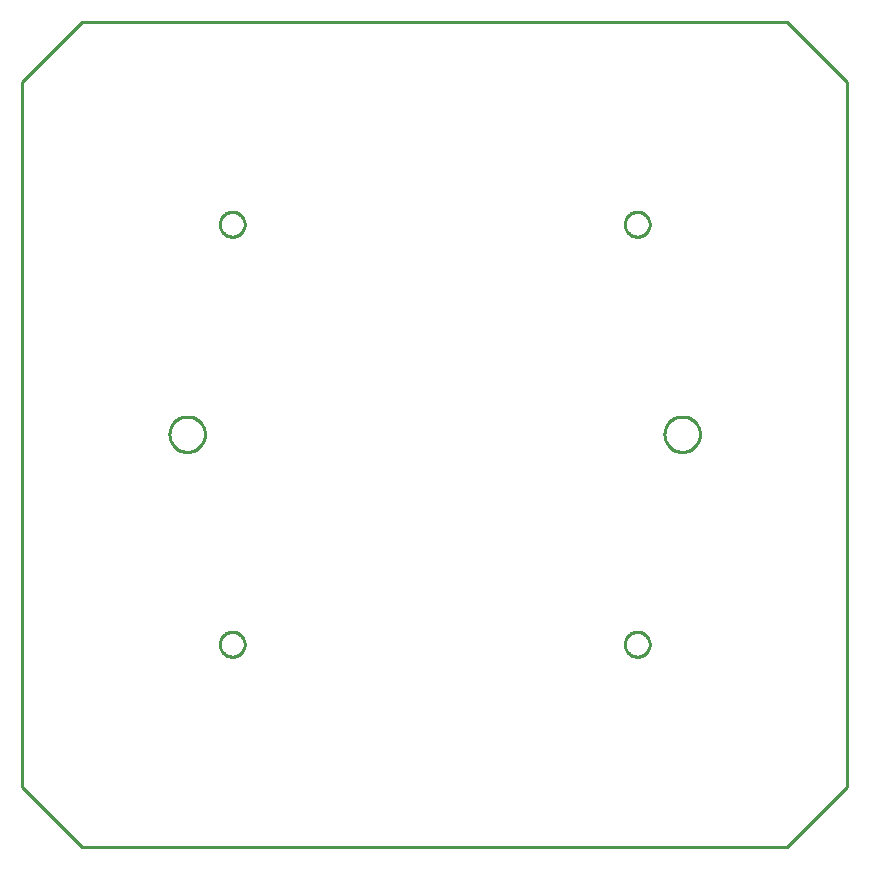
<source format=gbr>
G04 EAGLE Gerber X2 export*
%TF.Part,Single*%
%TF.FileFunction,Profile,NP*%
%TF.FilePolarity,Positive*%
%TF.GenerationSoftware,Autodesk,EAGLE,9.0.1*%
%TF.CreationDate,2018-05-23T18:29:57Z*%
G75*
%MOMM*%
%FSLAX34Y34*%
%LPD*%
%AMOC8*
5,1,8,0,0,1.08239X$1,22.5*%
G01*
%ADD10C,0.254000*%


D10*
X0Y50800D02*
X50800Y0D01*
X647700Y0D01*
X698500Y50800D01*
X698500Y647700D01*
X647700Y698500D01*
X50800Y698500D01*
X0Y647700D01*
X0Y50800D01*
X573800Y348714D02*
X573724Y347646D01*
X573571Y346585D01*
X573343Y345538D01*
X573041Y344510D01*
X572667Y343506D01*
X572222Y342531D01*
X571708Y341591D01*
X571129Y340690D01*
X570487Y339832D01*
X569785Y339022D01*
X569028Y338265D01*
X568218Y337563D01*
X567360Y336921D01*
X566459Y336342D01*
X565519Y335828D01*
X564544Y335383D01*
X563540Y335009D01*
X562512Y334707D01*
X561465Y334479D01*
X560404Y334326D01*
X559336Y334250D01*
X558264Y334250D01*
X557196Y334326D01*
X556135Y334479D01*
X555088Y334707D01*
X554060Y335009D01*
X553056Y335383D01*
X552081Y335828D01*
X551141Y336342D01*
X550240Y336921D01*
X549382Y337563D01*
X548572Y338265D01*
X547815Y339022D01*
X547113Y339832D01*
X546471Y340690D01*
X545892Y341591D01*
X545378Y342531D01*
X544933Y343506D01*
X544559Y344510D01*
X544257Y345538D01*
X544029Y346585D01*
X543876Y347646D01*
X543800Y348714D01*
X543800Y349786D01*
X543876Y350854D01*
X544029Y351915D01*
X544257Y352962D01*
X544559Y353990D01*
X544933Y354994D01*
X545378Y355969D01*
X545892Y356909D01*
X546471Y357810D01*
X547113Y358668D01*
X547815Y359478D01*
X548572Y360235D01*
X549382Y360937D01*
X550240Y361579D01*
X551141Y362158D01*
X552081Y362672D01*
X553056Y363117D01*
X554060Y363491D01*
X555088Y363793D01*
X556135Y364021D01*
X557196Y364174D01*
X558264Y364250D01*
X559336Y364250D01*
X560404Y364174D01*
X561465Y364021D01*
X562512Y363793D01*
X563540Y363491D01*
X564544Y363117D01*
X565519Y362672D01*
X566459Y362158D01*
X567360Y361579D01*
X568218Y360937D01*
X569028Y360235D01*
X569785Y359478D01*
X570487Y358668D01*
X571129Y357810D01*
X571708Y356909D01*
X572222Y355969D01*
X572667Y354994D01*
X573041Y353990D01*
X573343Y352962D01*
X573571Y351915D01*
X573724Y350854D01*
X573800Y349786D01*
X573800Y348714D01*
X154700Y348714D02*
X154624Y347646D01*
X154471Y346585D01*
X154243Y345538D01*
X153941Y344510D01*
X153567Y343506D01*
X153122Y342531D01*
X152608Y341591D01*
X152029Y340690D01*
X151387Y339832D01*
X150685Y339022D01*
X149928Y338265D01*
X149118Y337563D01*
X148260Y336921D01*
X147359Y336342D01*
X146419Y335828D01*
X145444Y335383D01*
X144440Y335009D01*
X143412Y334707D01*
X142365Y334479D01*
X141304Y334326D01*
X140236Y334250D01*
X139164Y334250D01*
X138096Y334326D01*
X137035Y334479D01*
X135988Y334707D01*
X134960Y335009D01*
X133956Y335383D01*
X132981Y335828D01*
X132041Y336342D01*
X131140Y336921D01*
X130282Y337563D01*
X129472Y338265D01*
X128715Y339022D01*
X128013Y339832D01*
X127371Y340690D01*
X126792Y341591D01*
X126278Y342531D01*
X125833Y343506D01*
X125459Y344510D01*
X125157Y345538D01*
X124929Y346585D01*
X124776Y347646D01*
X124700Y348714D01*
X124700Y349786D01*
X124776Y350854D01*
X124929Y351915D01*
X125157Y352962D01*
X125459Y353990D01*
X125833Y354994D01*
X126278Y355969D01*
X126792Y356909D01*
X127371Y357810D01*
X128013Y358668D01*
X128715Y359478D01*
X129472Y360235D01*
X130282Y360937D01*
X131140Y361579D01*
X132041Y362158D01*
X132981Y362672D01*
X133956Y363117D01*
X134960Y363491D01*
X135988Y363793D01*
X137035Y364021D01*
X138096Y364174D01*
X139164Y364250D01*
X140236Y364250D01*
X141304Y364174D01*
X142365Y364021D01*
X143412Y363793D01*
X144440Y363491D01*
X145444Y363117D01*
X146419Y362672D01*
X147359Y362158D01*
X148260Y361579D01*
X149118Y360937D01*
X149928Y360235D01*
X150685Y359478D01*
X151387Y358668D01*
X152029Y357810D01*
X152608Y356909D01*
X153122Y355969D01*
X153567Y354994D01*
X153941Y353990D01*
X154243Y352962D01*
X154471Y351915D01*
X154624Y350854D01*
X154700Y349786D01*
X154700Y348714D01*
X520287Y516550D02*
X519465Y516615D01*
X518650Y516744D01*
X517848Y516936D01*
X517063Y517191D01*
X516301Y517507D01*
X515566Y517882D01*
X514862Y518313D01*
X514195Y518798D01*
X513567Y519334D01*
X512984Y519917D01*
X512448Y520545D01*
X511963Y521212D01*
X511532Y521916D01*
X511157Y522651D01*
X510841Y523413D01*
X510586Y524198D01*
X510394Y525000D01*
X510265Y525815D01*
X510200Y526637D01*
X510200Y527463D01*
X510265Y528285D01*
X510394Y529100D01*
X510586Y529902D01*
X510841Y530687D01*
X511157Y531449D01*
X511532Y532184D01*
X511963Y532888D01*
X512448Y533556D01*
X512984Y534183D01*
X513567Y534766D01*
X514195Y535302D01*
X514862Y535787D01*
X515566Y536218D01*
X516301Y536593D01*
X517063Y536909D01*
X517848Y537164D01*
X518650Y537356D01*
X519465Y537485D01*
X520287Y537550D01*
X521113Y537550D01*
X521935Y537485D01*
X522750Y537356D01*
X523552Y537164D01*
X524337Y536909D01*
X525099Y536593D01*
X525834Y536218D01*
X526538Y535787D01*
X527206Y535302D01*
X527833Y534766D01*
X528416Y534183D01*
X528952Y533556D01*
X529437Y532888D01*
X529868Y532184D01*
X530243Y531449D01*
X530559Y530687D01*
X530814Y529902D01*
X531006Y529100D01*
X531135Y528285D01*
X531200Y527463D01*
X531200Y526637D01*
X531135Y525815D01*
X531006Y525000D01*
X530814Y524198D01*
X530559Y523413D01*
X530243Y522651D01*
X529868Y521916D01*
X529437Y521212D01*
X528952Y520545D01*
X528416Y519917D01*
X527833Y519334D01*
X527206Y518798D01*
X526538Y518313D01*
X525834Y517882D01*
X525099Y517507D01*
X524337Y517191D01*
X523552Y516936D01*
X522750Y516744D01*
X521935Y516615D01*
X521113Y516550D01*
X520287Y516550D01*
X177387Y516550D02*
X176565Y516615D01*
X175750Y516744D01*
X174948Y516936D01*
X174163Y517191D01*
X173401Y517507D01*
X172666Y517882D01*
X171962Y518313D01*
X171295Y518798D01*
X170667Y519334D01*
X170084Y519917D01*
X169548Y520545D01*
X169063Y521212D01*
X168632Y521916D01*
X168257Y522651D01*
X167941Y523413D01*
X167686Y524198D01*
X167494Y525000D01*
X167365Y525815D01*
X167300Y526637D01*
X167300Y527463D01*
X167365Y528285D01*
X167494Y529100D01*
X167686Y529902D01*
X167941Y530687D01*
X168257Y531449D01*
X168632Y532184D01*
X169063Y532888D01*
X169548Y533556D01*
X170084Y534183D01*
X170667Y534766D01*
X171295Y535302D01*
X171962Y535787D01*
X172666Y536218D01*
X173401Y536593D01*
X174163Y536909D01*
X174948Y537164D01*
X175750Y537356D01*
X176565Y537485D01*
X177387Y537550D01*
X178213Y537550D01*
X179035Y537485D01*
X179850Y537356D01*
X180652Y537164D01*
X181437Y536909D01*
X182199Y536593D01*
X182934Y536218D01*
X183638Y535787D01*
X184306Y535302D01*
X184933Y534766D01*
X185516Y534183D01*
X186052Y533556D01*
X186537Y532888D01*
X186968Y532184D01*
X187343Y531449D01*
X187659Y530687D01*
X187914Y529902D01*
X188106Y529100D01*
X188235Y528285D01*
X188300Y527463D01*
X188300Y526637D01*
X188235Y525815D01*
X188106Y525000D01*
X187914Y524198D01*
X187659Y523413D01*
X187343Y522651D01*
X186968Y521916D01*
X186537Y521212D01*
X186052Y520545D01*
X185516Y519917D01*
X184933Y519334D01*
X184306Y518798D01*
X183638Y518313D01*
X182934Y517882D01*
X182199Y517507D01*
X181437Y517191D01*
X180652Y516936D01*
X179850Y516744D01*
X179035Y516615D01*
X178213Y516550D01*
X177387Y516550D01*
X521113Y181950D02*
X521935Y181885D01*
X522750Y181756D01*
X523552Y181564D01*
X524337Y181309D01*
X525099Y180993D01*
X525834Y180618D01*
X526538Y180187D01*
X527206Y179702D01*
X527833Y179166D01*
X528416Y178583D01*
X528952Y177956D01*
X529437Y177288D01*
X529868Y176584D01*
X530243Y175849D01*
X530559Y175087D01*
X530814Y174302D01*
X531006Y173500D01*
X531135Y172685D01*
X531200Y171863D01*
X531200Y171037D01*
X531135Y170215D01*
X531006Y169400D01*
X530814Y168598D01*
X530559Y167813D01*
X530243Y167051D01*
X529868Y166316D01*
X529437Y165612D01*
X528952Y164945D01*
X528416Y164317D01*
X527833Y163734D01*
X527206Y163198D01*
X526538Y162713D01*
X525834Y162282D01*
X525099Y161907D01*
X524337Y161591D01*
X523552Y161336D01*
X522750Y161144D01*
X521935Y161015D01*
X521113Y160950D01*
X520287Y160950D01*
X519465Y161015D01*
X518650Y161144D01*
X517848Y161336D01*
X517063Y161591D01*
X516301Y161907D01*
X515566Y162282D01*
X514862Y162713D01*
X514195Y163198D01*
X513567Y163734D01*
X512984Y164317D01*
X512448Y164945D01*
X511963Y165612D01*
X511532Y166316D01*
X511157Y167051D01*
X510841Y167813D01*
X510586Y168598D01*
X510394Y169400D01*
X510265Y170215D01*
X510200Y171037D01*
X510200Y171863D01*
X510265Y172685D01*
X510394Y173500D01*
X510586Y174302D01*
X510841Y175087D01*
X511157Y175849D01*
X511532Y176584D01*
X511963Y177288D01*
X512448Y177956D01*
X512984Y178583D01*
X513567Y179166D01*
X514195Y179702D01*
X514862Y180187D01*
X515566Y180618D01*
X516301Y180993D01*
X517063Y181309D01*
X517848Y181564D01*
X518650Y181756D01*
X519465Y181885D01*
X520287Y181950D01*
X521113Y181950D01*
X178213Y181950D02*
X179035Y181885D01*
X179850Y181756D01*
X180652Y181564D01*
X181437Y181309D01*
X182199Y180993D01*
X182934Y180618D01*
X183638Y180187D01*
X184306Y179702D01*
X184933Y179166D01*
X185516Y178583D01*
X186052Y177956D01*
X186537Y177288D01*
X186968Y176584D01*
X187343Y175849D01*
X187659Y175087D01*
X187914Y174302D01*
X188106Y173500D01*
X188235Y172685D01*
X188300Y171863D01*
X188300Y171037D01*
X188235Y170215D01*
X188106Y169400D01*
X187914Y168598D01*
X187659Y167813D01*
X187343Y167051D01*
X186968Y166316D01*
X186537Y165612D01*
X186052Y164945D01*
X185516Y164317D01*
X184933Y163734D01*
X184306Y163198D01*
X183638Y162713D01*
X182934Y162282D01*
X182199Y161907D01*
X181437Y161591D01*
X180652Y161336D01*
X179850Y161144D01*
X179035Y161015D01*
X178213Y160950D01*
X177387Y160950D01*
X176565Y161015D01*
X175750Y161144D01*
X174948Y161336D01*
X174163Y161591D01*
X173401Y161907D01*
X172666Y162282D01*
X171962Y162713D01*
X171295Y163198D01*
X170667Y163734D01*
X170084Y164317D01*
X169548Y164945D01*
X169063Y165612D01*
X168632Y166316D01*
X168257Y167051D01*
X167941Y167813D01*
X167686Y168598D01*
X167494Y169400D01*
X167365Y170215D01*
X167300Y171037D01*
X167300Y171863D01*
X167365Y172685D01*
X167494Y173500D01*
X167686Y174302D01*
X167941Y175087D01*
X168257Y175849D01*
X168632Y176584D01*
X169063Y177288D01*
X169548Y177956D01*
X170084Y178583D01*
X170667Y179166D01*
X171295Y179702D01*
X171962Y180187D01*
X172666Y180618D01*
X173401Y180993D01*
X174163Y181309D01*
X174948Y181564D01*
X175750Y181756D01*
X176565Y181885D01*
X177387Y181950D01*
X178213Y181950D01*
M02*

</source>
